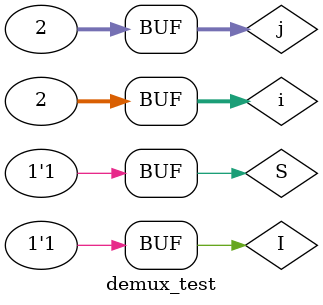
<source format=v>
module demux_test;
 wire O1,O2;
 reg S,I;
 integer i,j;
 demux demux1(O1,O2,S,I);
 initial
  begin  
    for(i=0;i<=1;i=i+1)
      for(j=0;j<=1;j=j+1)
        begin
	  S=i;
          I=j;
          #10;
      end
  end
endmodule

</source>
